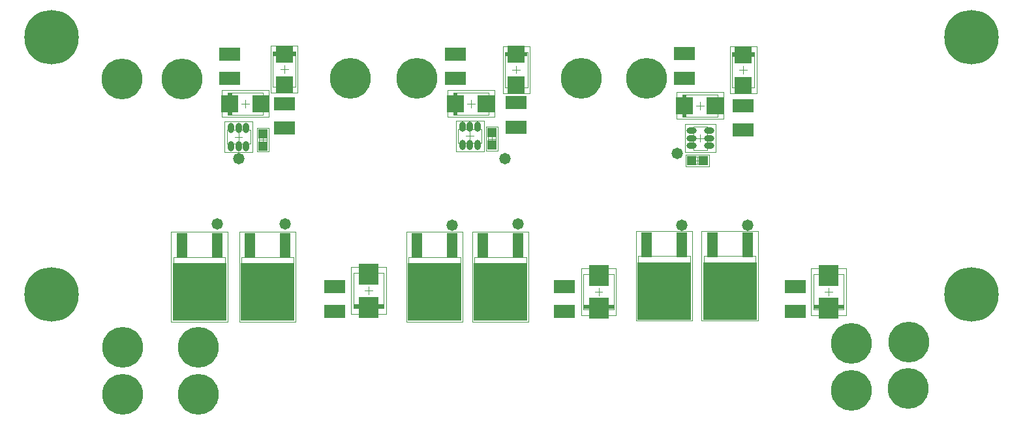
<source format=gts>
G04*
G04 #@! TF.GenerationSoftware,Altium Limited,Altium Designer,18.1.6 (161)*
G04*
G04 Layer_Color=8388736*
%FSLAX25Y25*%
%MOIN*%
G70*
G01*
G75*
%ADD13C,0.00394*%
%ADD14R,0.11496X0.02420*%
%ADD15R,0.15512X0.02420*%
%ADD16R,0.02420X0.11496*%
%ADD17C,0.00197*%
%ADD28R,0.08674X0.08674*%
%ADD29R,0.09855X0.10642*%
%ADD30R,0.04737X0.04934*%
%ADD31O,0.03162X0.05131*%
%ADD32R,0.05721X0.12808*%
%ADD33R,0.27572X0.29540*%
%ADD34R,0.10642X0.06706*%
%ADD35R,0.08674X0.08674*%
%ADD36R,0.04934X0.04737*%
%ADD37O,0.05131X0.03162*%
%ADD38C,0.27800*%
%ADD39C,0.20800*%
%ADD40C,0.05800*%
D13*
X180604Y337496D02*
X192100D01*
X180604Y319504D02*
X192100D01*
Y337496D01*
X180604Y319504D02*
Y337496D01*
X237256Y206504D02*
Y224496D01*
X221744Y206504D02*
Y224496D01*
X237256D01*
X221744Y206504D02*
X237256D01*
X177370Y289102D02*
Y295992D01*
X173630Y289102D02*
Y295992D01*
X177370D01*
X173630Y289102D02*
X177370D01*
X156996Y297468D02*
X169004D01*
X156996Y290579D02*
X169004D01*
Y297468D01*
X156996Y290579D02*
Y297468D01*
X164453Y232594D02*
X191028D01*
X164453Y208106D02*
X191028D01*
Y232594D01*
X164453Y208106D02*
Y232594D01*
X389730Y304252D02*
Y315748D01*
X407722Y304252D02*
Y315748D01*
X389730D02*
X407722D01*
X389730Y304252D02*
X407722D01*
X472256Y205927D02*
Y223919D01*
X456744Y205927D02*
Y223919D01*
X472256D01*
X456744Y205927D02*
X472256D01*
X415130Y319150D02*
Y337142D01*
X426626Y319150D02*
Y337142D01*
X415130Y319150D02*
X426626D01*
X415130Y337142D02*
X426626D01*
X272730Y305252D02*
Y316748D01*
X290722Y305252D02*
Y316748D01*
X272730D02*
X290722D01*
X272730Y305252D02*
X290722D01*
X339244Y205960D02*
X354756D01*
X339244Y223952D02*
X354756D01*
X339244Y205960D02*
Y223952D01*
X354756Y205960D02*
Y223952D01*
X299204Y337402D02*
X310700D01*
X299204Y319410D02*
X310700D01*
Y337402D01*
X299204Y319410D02*
Y337402D01*
X157504Y305252D02*
Y316748D01*
X175496Y305252D02*
Y316748D01*
X157504D02*
X175496D01*
X157504Y305252D02*
X175496D01*
X367211Y233095D02*
X393786D01*
X367211Y208606D02*
X393786D01*
Y233095D01*
X367211Y208606D02*
Y233095D01*
X249897Y232695D02*
X276472D01*
X249897Y208206D02*
X276472D01*
Y232695D01*
X249897Y208206D02*
Y232695D01*
X129728Y232594D02*
X156303D01*
X129728Y208106D02*
X156303D01*
Y232594D01*
X129728Y208106D02*
Y232594D01*
X394055Y280130D02*
X400945D01*
X394055Y283870D02*
X400945D01*
Y280130D02*
Y283870D01*
X394055Y280130D02*
Y283870D01*
X290630Y289555D02*
X294370D01*
X290630Y296445D02*
X294370D01*
X290630Y289555D02*
Y296445D01*
X294370Y289555D02*
Y296445D01*
X402423Y287396D02*
Y299404D01*
X395533Y287396D02*
Y299404D01*
Y287396D02*
X402423D01*
X395533Y299404D02*
X402423D01*
X275256Y291029D02*
Y297919D01*
X287264Y291029D02*
Y297919D01*
X275256Y291029D02*
X287264D01*
X275256Y297919D02*
X287264D01*
X400727Y233095D02*
X427302D01*
X400727Y208606D02*
X427302D01*
Y233095D01*
X400727Y208606D02*
Y233095D01*
X283413Y232639D02*
X309987D01*
X283413Y208151D02*
X309987D01*
Y232639D01*
X283413Y208151D02*
Y232639D01*
X179462Y340508D02*
X193242D01*
X179462Y316492D02*
X193242D01*
Y340508D01*
X179462Y316492D02*
Y340508D01*
X186352Y326532D02*
Y330469D01*
X184383Y328500D02*
X188321D01*
X227532Y215500D02*
X231469D01*
X229500Y213531D02*
Y217469D01*
X238358Y203492D02*
Y227508D01*
X220642Y203492D02*
Y227508D01*
X238358D01*
X220642Y203492D02*
X238358D01*
X173630Y292547D02*
X177370D01*
X175500Y290677D02*
Y294417D01*
X163000Y292055D02*
Y295992D01*
X161031Y294024D02*
X164969D01*
X163370Y245488D02*
X192110D01*
X163370Y199622D02*
X192110D01*
Y245488D01*
X163370Y199622D02*
Y245488D01*
X177740Y220587D02*
Y224524D01*
X175772Y222555D02*
X179709D01*
X386718Y303110D02*
Y316890D01*
X410734Y303110D02*
Y316890D01*
X386718D02*
X410734D01*
X386718Y303110D02*
X410734D01*
X396758Y310000D02*
X400695D01*
X398726Y308032D02*
Y311968D01*
X462532Y214923D02*
X466468D01*
X464500Y212954D02*
Y216891D01*
X473358Y202915D02*
Y226931D01*
X455642Y202915D02*
Y226931D01*
X473358D01*
X455642Y202915D02*
X473358D01*
X418910Y328146D02*
X422847D01*
X420878Y326177D02*
Y330114D01*
X413988Y316138D02*
Y340154D01*
X427768Y316138D02*
Y340154D01*
X413988Y316138D02*
X427768D01*
X413988Y340154D02*
X427768D01*
X269718Y304110D02*
Y317890D01*
X293734Y304110D02*
Y317890D01*
X269718D02*
X293734D01*
X269718Y304110D02*
X293734D01*
X279757Y311000D02*
X283695D01*
X281726Y309032D02*
Y312968D01*
X338142Y202948D02*
X355858D01*
X338142Y226964D02*
X355858D01*
X338142Y202948D02*
Y226964D01*
X355858Y202948D02*
Y226964D01*
X347000Y212987D02*
Y216924D01*
X345031Y214956D02*
X348969D01*
X298062Y340414D02*
X311842D01*
X298062Y316398D02*
X311842D01*
Y340414D01*
X298062Y316398D02*
Y340414D01*
X304952Y326438D02*
Y330375D01*
X302983Y328406D02*
X306921D01*
X154492Y304110D02*
Y317890D01*
X178508Y304110D02*
Y317890D01*
X154492D02*
X178508D01*
X154492Y304110D02*
X178508D01*
X164532Y311000D02*
X168468D01*
X166500Y309032D02*
Y312968D01*
X366128Y245988D02*
X394868D01*
X366128Y200122D02*
X394868D01*
Y245988D01*
X366128Y200122D02*
Y245988D01*
X380498Y221087D02*
Y225024D01*
X378530Y223055D02*
X382467D01*
X248814Y245588D02*
X277554D01*
X248814Y199722D02*
X277554D01*
Y245588D01*
X248814Y199722D02*
Y245588D01*
X263184Y220687D02*
Y224624D01*
X261216Y222655D02*
X265153D01*
X128646Y245488D02*
X157386D01*
X128646Y199622D02*
X157386D01*
Y245488D01*
X128646Y199622D02*
Y245488D01*
X143016Y220587D02*
Y224524D01*
X141047Y222555D02*
X144984D01*
X397500Y280130D02*
Y283870D01*
X395630Y282000D02*
X399370D01*
X292500Y291130D02*
Y294870D01*
X290630Y293000D02*
X294370D01*
X397009Y293400D02*
X400947D01*
X398978Y291431D02*
Y295369D01*
X279291Y294474D02*
X283228D01*
X281260Y292506D02*
Y296443D01*
X399644Y245988D02*
X428384D01*
X399644Y200122D02*
X428384D01*
Y245988D01*
X399644Y200122D02*
Y245988D01*
X414014Y221087D02*
Y225024D01*
X412046Y223055D02*
X415983D01*
X282330Y245533D02*
X311070D01*
X282330Y199667D02*
X311070D01*
Y245533D01*
X282330Y199667D02*
Y245533D01*
X296700Y220632D02*
Y224569D01*
X294731Y222600D02*
X298669D01*
D14*
X186352Y336286D02*
D03*
X420878Y335932D02*
D03*
X304952Y336192D02*
D03*
D15*
X229500Y207714D02*
D03*
X464500Y207137D02*
D03*
X347000Y207170D02*
D03*
D16*
X390940Y310000D02*
D03*
X273939Y311000D02*
D03*
X158714D02*
D03*
D17*
X178453Y286445D02*
Y298650D01*
X172547Y286445D02*
Y298650D01*
X178453D01*
X172547Y286445D02*
X178453D01*
X155913Y301799D02*
X170087D01*
X155913Y286248D02*
X170087D01*
Y301799D01*
X155913Y286248D02*
Y301799D01*
X391398Y279047D02*
X403602D01*
X391398Y284953D02*
X403602D01*
Y279047D02*
Y284953D01*
X391398Y279047D02*
Y284953D01*
X289547Y286898D02*
X295453D01*
X289547Y299102D02*
X295453D01*
X289547Y286898D02*
Y299102D01*
X295453Y286898D02*
Y299102D01*
X406753Y286313D02*
Y300487D01*
X391202Y286313D02*
Y300487D01*
Y286313D02*
X406753D01*
X391202Y300487D02*
X406753D01*
X274173Y286698D02*
Y302250D01*
X288347Y286698D02*
Y302250D01*
X274173Y286698D02*
X288347D01*
X274173Y302250D02*
X288347D01*
D28*
X186352Y336374D02*
D03*
Y320626D02*
D03*
X420878Y320272D02*
D03*
Y336020D02*
D03*
X304952Y336280D02*
D03*
Y320532D02*
D03*
D29*
X229500Y223965D02*
D03*
Y207035D02*
D03*
X464500Y223387D02*
D03*
Y206458D02*
D03*
X347000Y206491D02*
D03*
Y223421D02*
D03*
D30*
X175500Y295697D02*
D03*
Y289398D02*
D03*
X292500Y289850D02*
D03*
Y296150D02*
D03*
D31*
X166740Y298650D02*
D03*
X163000D02*
D03*
X159260D02*
D03*
Y289398D02*
D03*
X163000D02*
D03*
X166740D02*
D03*
X285000Y289848D02*
D03*
X281260D02*
D03*
X277520D02*
D03*
Y299100D02*
D03*
X281260D02*
D03*
X285000D02*
D03*
D32*
X186756Y238500D02*
D03*
X168724D02*
D03*
X389514Y239000D02*
D03*
X371483D02*
D03*
X272200Y238600D02*
D03*
X254169D02*
D03*
X152032Y238500D02*
D03*
X134000D02*
D03*
X423030Y239000D02*
D03*
X404998D02*
D03*
X305716Y238545D02*
D03*
X287684D02*
D03*
D33*
X177740Y214878D02*
D03*
X380498Y215378D02*
D03*
X263184Y214978D02*
D03*
X143016Y214878D02*
D03*
X414014Y215378D02*
D03*
X296700Y214923D02*
D03*
D34*
X186352Y298480D02*
D03*
Y311000D02*
D03*
X390852Y336520D02*
D03*
Y324000D02*
D03*
X447500Y217578D02*
D03*
Y205058D02*
D03*
X420878Y310020D02*
D03*
Y297500D02*
D03*
X273852Y323880D02*
D03*
Y336400D02*
D03*
X329500Y205058D02*
D03*
Y217578D02*
D03*
X304952Y299000D02*
D03*
Y311520D02*
D03*
X158500Y323761D02*
D03*
Y336280D02*
D03*
X212000Y205000D02*
D03*
Y217520D02*
D03*
D35*
X390852Y310000D02*
D03*
X406600D02*
D03*
X273852Y311000D02*
D03*
X289600D02*
D03*
X158626D02*
D03*
X174374D02*
D03*
D36*
X400650Y282000D02*
D03*
X394350D02*
D03*
D37*
X403604Y289660D02*
D03*
Y293400D02*
D03*
Y297140D02*
D03*
X394352D02*
D03*
Y293400D02*
D03*
Y289660D02*
D03*
D38*
X67500Y213500D02*
D03*
X537500Y345000D02*
D03*
X67500D02*
D03*
X537500Y213500D02*
D03*
D39*
X338000Y324000D02*
D03*
X103625Y323500D02*
D03*
X134000D02*
D03*
X505500Y189250D02*
D03*
X505200Y165500D02*
D03*
X476000Y164500D02*
D03*
Y188500D02*
D03*
X142500Y186500D02*
D03*
X254000Y324000D02*
D03*
X371483D02*
D03*
X103700Y162500D02*
D03*
Y186500D02*
D03*
X220000Y324000D02*
D03*
X142500Y162500D02*
D03*
D40*
X163000Y283000D02*
D03*
X152032Y249500D02*
D03*
X299000Y283000D02*
D03*
X389500Y249000D02*
D03*
X387000Y285500D02*
D03*
X423030Y249000D02*
D03*
X272200D02*
D03*
X305716Y249600D02*
D03*
X186756Y249500D02*
D03*
M02*

</source>
